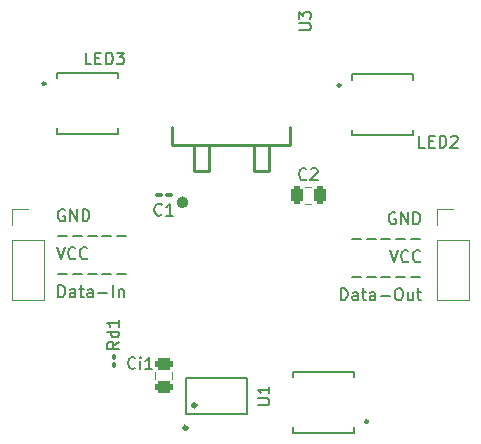
<source format=gto>
G04 #@! TF.GenerationSoftware,KiCad,Pcbnew,7.0.8*
G04 #@! TF.CreationDate,2023-12-04T02:09:38-07:00*
G04 #@! TF.ProjectId,Lit,4c69742e-6b69-4636-9164-5f7063625858,rev?*
G04 #@! TF.SameCoordinates,Original*
G04 #@! TF.FileFunction,Legend,Top*
G04 #@! TF.FilePolarity,Positive*
%FSLAX46Y46*%
G04 Gerber Fmt 4.6, Leading zero omitted, Abs format (unit mm)*
G04 Created by KiCad (PCBNEW 7.0.8) date 2023-12-04 02:09:38*
%MOMM*%
%LPD*%
G01*
G04 APERTURE LIST*
G04 Aperture macros list*
%AMRoundRect*
0 Rectangle with rounded corners*
0 $1 Rounding radius*
0 $2 $3 $4 $5 $6 $7 $8 $9 X,Y pos of 4 corners*
0 Add a 4 corners polygon primitive as box body*
4,1,4,$2,$3,$4,$5,$6,$7,$8,$9,$2,$3,0*
0 Add four circle primitives for the rounded corners*
1,1,$1+$1,$2,$3*
1,1,$1+$1,$4,$5*
1,1,$1+$1,$6,$7*
1,1,$1+$1,$8,$9*
0 Add four rect primitives between the rounded corners*
20,1,$1+$1,$2,$3,$4,$5,0*
20,1,$1+$1,$4,$5,$6,$7,0*
20,1,$1+$1,$6,$7,$8,$9,0*
20,1,$1+$1,$8,$9,$2,$3,0*%
G04 Aperture macros list end*
%ADD10C,0.150000*%
%ADD11C,0.120000*%
%ADD12C,0.250000*%
%ADD13C,0.300000*%
%ADD14C,0.500000*%
%ADD15R,1.700000X1.700000*%
%ADD16O,1.700000X1.700000*%
%ADD17RoundRect,0.250000X-0.475000X0.250000X-0.475000X-0.250000X0.475000X-0.250000X0.475000X0.250000X0*%
%ADD18R,2.260000X1.000000*%
%ADD19RoundRect,0.100000X-0.100000X0.130000X-0.100000X-0.130000X0.100000X-0.130000X0.100000X0.130000X0*%
%ADD20RoundRect,0.250000X0.250000X0.475000X-0.250000X0.475000X-0.250000X-0.475000X0.250000X-0.475000X0*%
%ADD21RoundRect,0.100000X-0.217500X-0.100000X0.217500X-0.100000X0.217500X0.100000X-0.217500X0.100000X0*%
%ADD22O,0.630000X1.860000*%
%ADD23R,1.400000X3.200000*%
%ADD24R,10.400000X9.000000*%
G04 APERTURE END LIST*
D10*
X151115601Y-90477438D02*
X151020363Y-90429819D01*
X151020363Y-90429819D02*
X150877506Y-90429819D01*
X150877506Y-90429819D02*
X150734649Y-90477438D01*
X150734649Y-90477438D02*
X150639411Y-90572676D01*
X150639411Y-90572676D02*
X150591792Y-90667914D01*
X150591792Y-90667914D02*
X150544173Y-90858390D01*
X150544173Y-90858390D02*
X150544173Y-91001247D01*
X150544173Y-91001247D02*
X150591792Y-91191723D01*
X150591792Y-91191723D02*
X150639411Y-91286961D01*
X150639411Y-91286961D02*
X150734649Y-91382200D01*
X150734649Y-91382200D02*
X150877506Y-91429819D01*
X150877506Y-91429819D02*
X150972744Y-91429819D01*
X150972744Y-91429819D02*
X151115601Y-91382200D01*
X151115601Y-91382200D02*
X151163220Y-91334580D01*
X151163220Y-91334580D02*
X151163220Y-91001247D01*
X151163220Y-91001247D02*
X150972744Y-91001247D01*
X151591792Y-91429819D02*
X151591792Y-90429819D01*
X151591792Y-90429819D02*
X152163220Y-91429819D01*
X152163220Y-91429819D02*
X152163220Y-90429819D01*
X152639411Y-91429819D02*
X152639411Y-90429819D01*
X152639411Y-90429819D02*
X152877506Y-90429819D01*
X152877506Y-90429819D02*
X153020363Y-90477438D01*
X153020363Y-90477438D02*
X153115601Y-90572676D01*
X153115601Y-90572676D02*
X153163220Y-90667914D01*
X153163220Y-90667914D02*
X153210839Y-90858390D01*
X153210839Y-90858390D02*
X153210839Y-91001247D01*
X153210839Y-91001247D02*
X153163220Y-91191723D01*
X153163220Y-91191723D02*
X153115601Y-91286961D01*
X153115601Y-91286961D02*
X153020363Y-91382200D01*
X153020363Y-91382200D02*
X152877506Y-91429819D01*
X152877506Y-91429819D02*
X152639411Y-91429819D01*
X147448936Y-92658866D02*
X148210841Y-92658866D01*
X148687031Y-92658866D02*
X149448936Y-92658866D01*
X149925126Y-92658866D02*
X150687031Y-92658866D01*
X151163221Y-92658866D02*
X151925126Y-92658866D01*
X152401316Y-92658866D02*
X153163221Y-92658866D01*
X150639411Y-93649819D02*
X150972744Y-94649819D01*
X150972744Y-94649819D02*
X151306077Y-93649819D01*
X152210839Y-94554580D02*
X152163220Y-94602200D01*
X152163220Y-94602200D02*
X152020363Y-94649819D01*
X152020363Y-94649819D02*
X151925125Y-94649819D01*
X151925125Y-94649819D02*
X151782268Y-94602200D01*
X151782268Y-94602200D02*
X151687030Y-94506961D01*
X151687030Y-94506961D02*
X151639411Y-94411723D01*
X151639411Y-94411723D02*
X151591792Y-94221247D01*
X151591792Y-94221247D02*
X151591792Y-94078390D01*
X151591792Y-94078390D02*
X151639411Y-93887914D01*
X151639411Y-93887914D02*
X151687030Y-93792676D01*
X151687030Y-93792676D02*
X151782268Y-93697438D01*
X151782268Y-93697438D02*
X151925125Y-93649819D01*
X151925125Y-93649819D02*
X152020363Y-93649819D01*
X152020363Y-93649819D02*
X152163220Y-93697438D01*
X152163220Y-93697438D02*
X152210839Y-93745057D01*
X153210839Y-94554580D02*
X153163220Y-94602200D01*
X153163220Y-94602200D02*
X153020363Y-94649819D01*
X153020363Y-94649819D02*
X152925125Y-94649819D01*
X152925125Y-94649819D02*
X152782268Y-94602200D01*
X152782268Y-94602200D02*
X152687030Y-94506961D01*
X152687030Y-94506961D02*
X152639411Y-94411723D01*
X152639411Y-94411723D02*
X152591792Y-94221247D01*
X152591792Y-94221247D02*
X152591792Y-94078390D01*
X152591792Y-94078390D02*
X152639411Y-93887914D01*
X152639411Y-93887914D02*
X152687030Y-93792676D01*
X152687030Y-93792676D02*
X152782268Y-93697438D01*
X152782268Y-93697438D02*
X152925125Y-93649819D01*
X152925125Y-93649819D02*
X153020363Y-93649819D01*
X153020363Y-93649819D02*
X153163220Y-93697438D01*
X153163220Y-93697438D02*
X153210839Y-93745057D01*
X147448936Y-95878866D02*
X148210841Y-95878866D01*
X148687031Y-95878866D02*
X149448936Y-95878866D01*
X149925126Y-95878866D02*
X150687031Y-95878866D01*
X151163221Y-95878866D02*
X151925126Y-95878866D01*
X152401316Y-95878866D02*
X153163221Y-95878866D01*
X146496553Y-97869819D02*
X146496553Y-96869819D01*
X146496553Y-96869819D02*
X146734648Y-96869819D01*
X146734648Y-96869819D02*
X146877505Y-96917438D01*
X146877505Y-96917438D02*
X146972743Y-97012676D01*
X146972743Y-97012676D02*
X147020362Y-97107914D01*
X147020362Y-97107914D02*
X147067981Y-97298390D01*
X147067981Y-97298390D02*
X147067981Y-97441247D01*
X147067981Y-97441247D02*
X147020362Y-97631723D01*
X147020362Y-97631723D02*
X146972743Y-97726961D01*
X146972743Y-97726961D02*
X146877505Y-97822200D01*
X146877505Y-97822200D02*
X146734648Y-97869819D01*
X146734648Y-97869819D02*
X146496553Y-97869819D01*
X147925124Y-97869819D02*
X147925124Y-97346009D01*
X147925124Y-97346009D02*
X147877505Y-97250771D01*
X147877505Y-97250771D02*
X147782267Y-97203152D01*
X147782267Y-97203152D02*
X147591791Y-97203152D01*
X147591791Y-97203152D02*
X147496553Y-97250771D01*
X147925124Y-97822200D02*
X147829886Y-97869819D01*
X147829886Y-97869819D02*
X147591791Y-97869819D01*
X147591791Y-97869819D02*
X147496553Y-97822200D01*
X147496553Y-97822200D02*
X147448934Y-97726961D01*
X147448934Y-97726961D02*
X147448934Y-97631723D01*
X147448934Y-97631723D02*
X147496553Y-97536485D01*
X147496553Y-97536485D02*
X147591791Y-97488866D01*
X147591791Y-97488866D02*
X147829886Y-97488866D01*
X147829886Y-97488866D02*
X147925124Y-97441247D01*
X148258458Y-97203152D02*
X148639410Y-97203152D01*
X148401315Y-96869819D02*
X148401315Y-97726961D01*
X148401315Y-97726961D02*
X148448934Y-97822200D01*
X148448934Y-97822200D02*
X148544172Y-97869819D01*
X148544172Y-97869819D02*
X148639410Y-97869819D01*
X149401315Y-97869819D02*
X149401315Y-97346009D01*
X149401315Y-97346009D02*
X149353696Y-97250771D01*
X149353696Y-97250771D02*
X149258458Y-97203152D01*
X149258458Y-97203152D02*
X149067982Y-97203152D01*
X149067982Y-97203152D02*
X148972744Y-97250771D01*
X149401315Y-97822200D02*
X149306077Y-97869819D01*
X149306077Y-97869819D02*
X149067982Y-97869819D01*
X149067982Y-97869819D02*
X148972744Y-97822200D01*
X148972744Y-97822200D02*
X148925125Y-97726961D01*
X148925125Y-97726961D02*
X148925125Y-97631723D01*
X148925125Y-97631723D02*
X148972744Y-97536485D01*
X148972744Y-97536485D02*
X149067982Y-97488866D01*
X149067982Y-97488866D02*
X149306077Y-97488866D01*
X149306077Y-97488866D02*
X149401315Y-97441247D01*
X149877506Y-97488866D02*
X150639411Y-97488866D01*
X151306077Y-96869819D02*
X151496553Y-96869819D01*
X151496553Y-96869819D02*
X151591791Y-96917438D01*
X151591791Y-96917438D02*
X151687029Y-97012676D01*
X151687029Y-97012676D02*
X151734648Y-97203152D01*
X151734648Y-97203152D02*
X151734648Y-97536485D01*
X151734648Y-97536485D02*
X151687029Y-97726961D01*
X151687029Y-97726961D02*
X151591791Y-97822200D01*
X151591791Y-97822200D02*
X151496553Y-97869819D01*
X151496553Y-97869819D02*
X151306077Y-97869819D01*
X151306077Y-97869819D02*
X151210839Y-97822200D01*
X151210839Y-97822200D02*
X151115601Y-97726961D01*
X151115601Y-97726961D02*
X151067982Y-97536485D01*
X151067982Y-97536485D02*
X151067982Y-97203152D01*
X151067982Y-97203152D02*
X151115601Y-97012676D01*
X151115601Y-97012676D02*
X151210839Y-96917438D01*
X151210839Y-96917438D02*
X151306077Y-96869819D01*
X152591791Y-97203152D02*
X152591791Y-97869819D01*
X152163220Y-97203152D02*
X152163220Y-97726961D01*
X152163220Y-97726961D02*
X152210839Y-97822200D01*
X152210839Y-97822200D02*
X152306077Y-97869819D01*
X152306077Y-97869819D02*
X152448934Y-97869819D01*
X152448934Y-97869819D02*
X152544172Y-97822200D01*
X152544172Y-97822200D02*
X152591791Y-97774580D01*
X152925125Y-97203152D02*
X153306077Y-97203152D01*
X153067982Y-96869819D02*
X153067982Y-97726961D01*
X153067982Y-97726961D02*
X153115601Y-97822200D01*
X153115601Y-97822200D02*
X153210839Y-97869819D01*
X153210839Y-97869819D02*
X153306077Y-97869819D01*
X123110588Y-90227438D02*
X123015350Y-90179819D01*
X123015350Y-90179819D02*
X122872493Y-90179819D01*
X122872493Y-90179819D02*
X122729636Y-90227438D01*
X122729636Y-90227438D02*
X122634398Y-90322676D01*
X122634398Y-90322676D02*
X122586779Y-90417914D01*
X122586779Y-90417914D02*
X122539160Y-90608390D01*
X122539160Y-90608390D02*
X122539160Y-90751247D01*
X122539160Y-90751247D02*
X122586779Y-90941723D01*
X122586779Y-90941723D02*
X122634398Y-91036961D01*
X122634398Y-91036961D02*
X122729636Y-91132200D01*
X122729636Y-91132200D02*
X122872493Y-91179819D01*
X122872493Y-91179819D02*
X122967731Y-91179819D01*
X122967731Y-91179819D02*
X123110588Y-91132200D01*
X123110588Y-91132200D02*
X123158207Y-91084580D01*
X123158207Y-91084580D02*
X123158207Y-90751247D01*
X123158207Y-90751247D02*
X122967731Y-90751247D01*
X123586779Y-91179819D02*
X123586779Y-90179819D01*
X123586779Y-90179819D02*
X124158207Y-91179819D01*
X124158207Y-91179819D02*
X124158207Y-90179819D01*
X124634398Y-91179819D02*
X124634398Y-90179819D01*
X124634398Y-90179819D02*
X124872493Y-90179819D01*
X124872493Y-90179819D02*
X125015350Y-90227438D01*
X125015350Y-90227438D02*
X125110588Y-90322676D01*
X125110588Y-90322676D02*
X125158207Y-90417914D01*
X125158207Y-90417914D02*
X125205826Y-90608390D01*
X125205826Y-90608390D02*
X125205826Y-90751247D01*
X125205826Y-90751247D02*
X125158207Y-90941723D01*
X125158207Y-90941723D02*
X125110588Y-91036961D01*
X125110588Y-91036961D02*
X125015350Y-91132200D01*
X125015350Y-91132200D02*
X124872493Y-91179819D01*
X124872493Y-91179819D02*
X124634398Y-91179819D01*
X122586779Y-92408866D02*
X123348684Y-92408866D01*
X123824874Y-92408866D02*
X124586779Y-92408866D01*
X125062969Y-92408866D02*
X125824874Y-92408866D01*
X126301064Y-92408866D02*
X127062969Y-92408866D01*
X127539159Y-92408866D02*
X128301064Y-92408866D01*
X122443922Y-93399819D02*
X122777255Y-94399819D01*
X122777255Y-94399819D02*
X123110588Y-93399819D01*
X124015350Y-94304580D02*
X123967731Y-94352200D01*
X123967731Y-94352200D02*
X123824874Y-94399819D01*
X123824874Y-94399819D02*
X123729636Y-94399819D01*
X123729636Y-94399819D02*
X123586779Y-94352200D01*
X123586779Y-94352200D02*
X123491541Y-94256961D01*
X123491541Y-94256961D02*
X123443922Y-94161723D01*
X123443922Y-94161723D02*
X123396303Y-93971247D01*
X123396303Y-93971247D02*
X123396303Y-93828390D01*
X123396303Y-93828390D02*
X123443922Y-93637914D01*
X123443922Y-93637914D02*
X123491541Y-93542676D01*
X123491541Y-93542676D02*
X123586779Y-93447438D01*
X123586779Y-93447438D02*
X123729636Y-93399819D01*
X123729636Y-93399819D02*
X123824874Y-93399819D01*
X123824874Y-93399819D02*
X123967731Y-93447438D01*
X123967731Y-93447438D02*
X124015350Y-93495057D01*
X125015350Y-94304580D02*
X124967731Y-94352200D01*
X124967731Y-94352200D02*
X124824874Y-94399819D01*
X124824874Y-94399819D02*
X124729636Y-94399819D01*
X124729636Y-94399819D02*
X124586779Y-94352200D01*
X124586779Y-94352200D02*
X124491541Y-94256961D01*
X124491541Y-94256961D02*
X124443922Y-94161723D01*
X124443922Y-94161723D02*
X124396303Y-93971247D01*
X124396303Y-93971247D02*
X124396303Y-93828390D01*
X124396303Y-93828390D02*
X124443922Y-93637914D01*
X124443922Y-93637914D02*
X124491541Y-93542676D01*
X124491541Y-93542676D02*
X124586779Y-93447438D01*
X124586779Y-93447438D02*
X124729636Y-93399819D01*
X124729636Y-93399819D02*
X124824874Y-93399819D01*
X124824874Y-93399819D02*
X124967731Y-93447438D01*
X124967731Y-93447438D02*
X125015350Y-93495057D01*
X122586779Y-95628866D02*
X123348684Y-95628866D01*
X123824874Y-95628866D02*
X124586779Y-95628866D01*
X125062969Y-95628866D02*
X125824874Y-95628866D01*
X126301064Y-95628866D02*
X127062969Y-95628866D01*
X127539159Y-95628866D02*
X128301064Y-95628866D01*
X122586779Y-97619819D02*
X122586779Y-96619819D01*
X122586779Y-96619819D02*
X122824874Y-96619819D01*
X122824874Y-96619819D02*
X122967731Y-96667438D01*
X122967731Y-96667438D02*
X123062969Y-96762676D01*
X123062969Y-96762676D02*
X123110588Y-96857914D01*
X123110588Y-96857914D02*
X123158207Y-97048390D01*
X123158207Y-97048390D02*
X123158207Y-97191247D01*
X123158207Y-97191247D02*
X123110588Y-97381723D01*
X123110588Y-97381723D02*
X123062969Y-97476961D01*
X123062969Y-97476961D02*
X122967731Y-97572200D01*
X122967731Y-97572200D02*
X122824874Y-97619819D01*
X122824874Y-97619819D02*
X122586779Y-97619819D01*
X124015350Y-97619819D02*
X124015350Y-97096009D01*
X124015350Y-97096009D02*
X123967731Y-97000771D01*
X123967731Y-97000771D02*
X123872493Y-96953152D01*
X123872493Y-96953152D02*
X123682017Y-96953152D01*
X123682017Y-96953152D02*
X123586779Y-97000771D01*
X124015350Y-97572200D02*
X123920112Y-97619819D01*
X123920112Y-97619819D02*
X123682017Y-97619819D01*
X123682017Y-97619819D02*
X123586779Y-97572200D01*
X123586779Y-97572200D02*
X123539160Y-97476961D01*
X123539160Y-97476961D02*
X123539160Y-97381723D01*
X123539160Y-97381723D02*
X123586779Y-97286485D01*
X123586779Y-97286485D02*
X123682017Y-97238866D01*
X123682017Y-97238866D02*
X123920112Y-97238866D01*
X123920112Y-97238866D02*
X124015350Y-97191247D01*
X124348684Y-96953152D02*
X124729636Y-96953152D01*
X124491541Y-96619819D02*
X124491541Y-97476961D01*
X124491541Y-97476961D02*
X124539160Y-97572200D01*
X124539160Y-97572200D02*
X124634398Y-97619819D01*
X124634398Y-97619819D02*
X124729636Y-97619819D01*
X125491541Y-97619819D02*
X125491541Y-97096009D01*
X125491541Y-97096009D02*
X125443922Y-97000771D01*
X125443922Y-97000771D02*
X125348684Y-96953152D01*
X125348684Y-96953152D02*
X125158208Y-96953152D01*
X125158208Y-96953152D02*
X125062970Y-97000771D01*
X125491541Y-97572200D02*
X125396303Y-97619819D01*
X125396303Y-97619819D02*
X125158208Y-97619819D01*
X125158208Y-97619819D02*
X125062970Y-97572200D01*
X125062970Y-97572200D02*
X125015351Y-97476961D01*
X125015351Y-97476961D02*
X125015351Y-97381723D01*
X125015351Y-97381723D02*
X125062970Y-97286485D01*
X125062970Y-97286485D02*
X125158208Y-97238866D01*
X125158208Y-97238866D02*
X125396303Y-97238866D01*
X125396303Y-97238866D02*
X125491541Y-97191247D01*
X125967732Y-97238866D02*
X126729637Y-97238866D01*
X127205827Y-97619819D02*
X127205827Y-96619819D01*
X127682017Y-96953152D02*
X127682017Y-97619819D01*
X127682017Y-97048390D02*
X127729636Y-97000771D01*
X127729636Y-97000771D02*
X127824874Y-96953152D01*
X127824874Y-96953152D02*
X127967731Y-96953152D01*
X127967731Y-96953152D02*
X128062969Y-97000771D01*
X128062969Y-97000771D02*
X128110588Y-97096009D01*
X128110588Y-97096009D02*
X128110588Y-97619819D01*
X129095238Y-103609580D02*
X129047619Y-103657200D01*
X129047619Y-103657200D02*
X128904762Y-103704819D01*
X128904762Y-103704819D02*
X128809524Y-103704819D01*
X128809524Y-103704819D02*
X128666667Y-103657200D01*
X128666667Y-103657200D02*
X128571429Y-103561961D01*
X128571429Y-103561961D02*
X128523810Y-103466723D01*
X128523810Y-103466723D02*
X128476191Y-103276247D01*
X128476191Y-103276247D02*
X128476191Y-103133390D01*
X128476191Y-103133390D02*
X128523810Y-102942914D01*
X128523810Y-102942914D02*
X128571429Y-102847676D01*
X128571429Y-102847676D02*
X128666667Y-102752438D01*
X128666667Y-102752438D02*
X128809524Y-102704819D01*
X128809524Y-102704819D02*
X128904762Y-102704819D01*
X128904762Y-102704819D02*
X129047619Y-102752438D01*
X129047619Y-102752438D02*
X129095238Y-102800057D01*
X129523810Y-103704819D02*
X129523810Y-103038152D01*
X129523810Y-102704819D02*
X129476191Y-102752438D01*
X129476191Y-102752438D02*
X129523810Y-102800057D01*
X129523810Y-102800057D02*
X129571429Y-102752438D01*
X129571429Y-102752438D02*
X129523810Y-102704819D01*
X129523810Y-102704819D02*
X129523810Y-102800057D01*
X130523809Y-103704819D02*
X129952381Y-103704819D01*
X130238095Y-103704819D02*
X130238095Y-102704819D01*
X130238095Y-102704819D02*
X130142857Y-102847676D01*
X130142857Y-102847676D02*
X130047619Y-102942914D01*
X130047619Y-102942914D02*
X129952381Y-102990533D01*
X153630952Y-84954819D02*
X153154762Y-84954819D01*
X153154762Y-84954819D02*
X153154762Y-83954819D01*
X153964286Y-84431009D02*
X154297619Y-84431009D01*
X154440476Y-84954819D02*
X153964286Y-84954819D01*
X153964286Y-84954819D02*
X153964286Y-83954819D01*
X153964286Y-83954819D02*
X154440476Y-83954819D01*
X154869048Y-84954819D02*
X154869048Y-83954819D01*
X154869048Y-83954819D02*
X155107143Y-83954819D01*
X155107143Y-83954819D02*
X155250000Y-84002438D01*
X155250000Y-84002438D02*
X155345238Y-84097676D01*
X155345238Y-84097676D02*
X155392857Y-84192914D01*
X155392857Y-84192914D02*
X155440476Y-84383390D01*
X155440476Y-84383390D02*
X155440476Y-84526247D01*
X155440476Y-84526247D02*
X155392857Y-84716723D01*
X155392857Y-84716723D02*
X155345238Y-84811961D01*
X155345238Y-84811961D02*
X155250000Y-84907200D01*
X155250000Y-84907200D02*
X155107143Y-84954819D01*
X155107143Y-84954819D02*
X154869048Y-84954819D01*
X155821429Y-84050057D02*
X155869048Y-84002438D01*
X155869048Y-84002438D02*
X155964286Y-83954819D01*
X155964286Y-83954819D02*
X156202381Y-83954819D01*
X156202381Y-83954819D02*
X156297619Y-84002438D01*
X156297619Y-84002438D02*
X156345238Y-84050057D01*
X156345238Y-84050057D02*
X156392857Y-84145295D01*
X156392857Y-84145295D02*
X156392857Y-84240533D01*
X156392857Y-84240533D02*
X156345238Y-84383390D01*
X156345238Y-84383390D02*
X155773810Y-84954819D01*
X155773810Y-84954819D02*
X156392857Y-84954819D01*
X127704819Y-101399047D02*
X127228628Y-101732380D01*
X127704819Y-101970475D02*
X126704819Y-101970475D01*
X126704819Y-101970475D02*
X126704819Y-101589523D01*
X126704819Y-101589523D02*
X126752438Y-101494285D01*
X126752438Y-101494285D02*
X126800057Y-101446666D01*
X126800057Y-101446666D02*
X126895295Y-101399047D01*
X126895295Y-101399047D02*
X127038152Y-101399047D01*
X127038152Y-101399047D02*
X127133390Y-101446666D01*
X127133390Y-101446666D02*
X127181009Y-101494285D01*
X127181009Y-101494285D02*
X127228628Y-101589523D01*
X127228628Y-101589523D02*
X127228628Y-101970475D01*
X127704819Y-100541904D02*
X126704819Y-100541904D01*
X127657200Y-100541904D02*
X127704819Y-100637142D01*
X127704819Y-100637142D02*
X127704819Y-100827618D01*
X127704819Y-100827618D02*
X127657200Y-100922856D01*
X127657200Y-100922856D02*
X127609580Y-100970475D01*
X127609580Y-100970475D02*
X127514342Y-101018094D01*
X127514342Y-101018094D02*
X127228628Y-101018094D01*
X127228628Y-101018094D02*
X127133390Y-100970475D01*
X127133390Y-100970475D02*
X127085771Y-100922856D01*
X127085771Y-100922856D02*
X127038152Y-100827618D01*
X127038152Y-100827618D02*
X127038152Y-100637142D01*
X127038152Y-100637142D02*
X127085771Y-100541904D01*
X127704819Y-99541904D02*
X127704819Y-100113332D01*
X127704819Y-99827618D02*
X126704819Y-99827618D01*
X126704819Y-99827618D02*
X126847676Y-99922856D01*
X126847676Y-99922856D02*
X126942914Y-100018094D01*
X126942914Y-100018094D02*
X126990533Y-100113332D01*
X143583333Y-87609580D02*
X143535714Y-87657200D01*
X143535714Y-87657200D02*
X143392857Y-87704819D01*
X143392857Y-87704819D02*
X143297619Y-87704819D01*
X143297619Y-87704819D02*
X143154762Y-87657200D01*
X143154762Y-87657200D02*
X143059524Y-87561961D01*
X143059524Y-87561961D02*
X143011905Y-87466723D01*
X143011905Y-87466723D02*
X142964286Y-87276247D01*
X142964286Y-87276247D02*
X142964286Y-87133390D01*
X142964286Y-87133390D02*
X143011905Y-86942914D01*
X143011905Y-86942914D02*
X143059524Y-86847676D01*
X143059524Y-86847676D02*
X143154762Y-86752438D01*
X143154762Y-86752438D02*
X143297619Y-86704819D01*
X143297619Y-86704819D02*
X143392857Y-86704819D01*
X143392857Y-86704819D02*
X143535714Y-86752438D01*
X143535714Y-86752438D02*
X143583333Y-86800057D01*
X143964286Y-86800057D02*
X144011905Y-86752438D01*
X144011905Y-86752438D02*
X144107143Y-86704819D01*
X144107143Y-86704819D02*
X144345238Y-86704819D01*
X144345238Y-86704819D02*
X144440476Y-86752438D01*
X144440476Y-86752438D02*
X144488095Y-86800057D01*
X144488095Y-86800057D02*
X144535714Y-86895295D01*
X144535714Y-86895295D02*
X144535714Y-86990533D01*
X144535714Y-86990533D02*
X144488095Y-87133390D01*
X144488095Y-87133390D02*
X143916667Y-87704819D01*
X143916667Y-87704819D02*
X144535714Y-87704819D01*
X131333333Y-90609580D02*
X131285714Y-90657200D01*
X131285714Y-90657200D02*
X131142857Y-90704819D01*
X131142857Y-90704819D02*
X131047619Y-90704819D01*
X131047619Y-90704819D02*
X130904762Y-90657200D01*
X130904762Y-90657200D02*
X130809524Y-90561961D01*
X130809524Y-90561961D02*
X130761905Y-90466723D01*
X130761905Y-90466723D02*
X130714286Y-90276247D01*
X130714286Y-90276247D02*
X130714286Y-90133390D01*
X130714286Y-90133390D02*
X130761905Y-89942914D01*
X130761905Y-89942914D02*
X130809524Y-89847676D01*
X130809524Y-89847676D02*
X130904762Y-89752438D01*
X130904762Y-89752438D02*
X131047619Y-89704819D01*
X131047619Y-89704819D02*
X131142857Y-89704819D01*
X131142857Y-89704819D02*
X131285714Y-89752438D01*
X131285714Y-89752438D02*
X131333333Y-89800057D01*
X132285714Y-90704819D02*
X131714286Y-90704819D01*
X132000000Y-90704819D02*
X132000000Y-89704819D01*
X132000000Y-89704819D02*
X131904762Y-89847676D01*
X131904762Y-89847676D02*
X131809524Y-89942914D01*
X131809524Y-89942914D02*
X131714286Y-89990533D01*
X139454819Y-106761904D02*
X140264342Y-106761904D01*
X140264342Y-106761904D02*
X140359580Y-106714285D01*
X140359580Y-106714285D02*
X140407200Y-106666666D01*
X140407200Y-106666666D02*
X140454819Y-106571428D01*
X140454819Y-106571428D02*
X140454819Y-106380952D01*
X140454819Y-106380952D02*
X140407200Y-106285714D01*
X140407200Y-106285714D02*
X140359580Y-106238095D01*
X140359580Y-106238095D02*
X140264342Y-106190476D01*
X140264342Y-106190476D02*
X139454819Y-106190476D01*
X140454819Y-105190476D02*
X140454819Y-105761904D01*
X140454819Y-105476190D02*
X139454819Y-105476190D01*
X139454819Y-105476190D02*
X139597676Y-105571428D01*
X139597676Y-105571428D02*
X139692914Y-105666666D01*
X139692914Y-105666666D02*
X139740533Y-105761904D01*
X142954819Y-75011904D02*
X143764342Y-75011904D01*
X143764342Y-75011904D02*
X143859580Y-74964285D01*
X143859580Y-74964285D02*
X143907200Y-74916666D01*
X143907200Y-74916666D02*
X143954819Y-74821428D01*
X143954819Y-74821428D02*
X143954819Y-74630952D01*
X143954819Y-74630952D02*
X143907200Y-74535714D01*
X143907200Y-74535714D02*
X143859580Y-74488095D01*
X143859580Y-74488095D02*
X143764342Y-74440476D01*
X143764342Y-74440476D02*
X142954819Y-74440476D01*
X142954819Y-74059523D02*
X142954819Y-73440476D01*
X142954819Y-73440476D02*
X143335771Y-73773809D01*
X143335771Y-73773809D02*
X143335771Y-73630952D01*
X143335771Y-73630952D02*
X143383390Y-73535714D01*
X143383390Y-73535714D02*
X143431009Y-73488095D01*
X143431009Y-73488095D02*
X143526247Y-73440476D01*
X143526247Y-73440476D02*
X143764342Y-73440476D01*
X143764342Y-73440476D02*
X143859580Y-73488095D01*
X143859580Y-73488095D02*
X143907200Y-73535714D01*
X143907200Y-73535714D02*
X143954819Y-73630952D01*
X143954819Y-73630952D02*
X143954819Y-73916666D01*
X143954819Y-73916666D02*
X143907200Y-74011904D01*
X143907200Y-74011904D02*
X143859580Y-74059523D01*
X125380952Y-77904819D02*
X124904762Y-77904819D01*
X124904762Y-77904819D02*
X124904762Y-76904819D01*
X125714286Y-77381009D02*
X126047619Y-77381009D01*
X126190476Y-77904819D02*
X125714286Y-77904819D01*
X125714286Y-77904819D02*
X125714286Y-76904819D01*
X125714286Y-76904819D02*
X126190476Y-76904819D01*
X126619048Y-77904819D02*
X126619048Y-76904819D01*
X126619048Y-76904819D02*
X126857143Y-76904819D01*
X126857143Y-76904819D02*
X127000000Y-76952438D01*
X127000000Y-76952438D02*
X127095238Y-77047676D01*
X127095238Y-77047676D02*
X127142857Y-77142914D01*
X127142857Y-77142914D02*
X127190476Y-77333390D01*
X127190476Y-77333390D02*
X127190476Y-77476247D01*
X127190476Y-77476247D02*
X127142857Y-77666723D01*
X127142857Y-77666723D02*
X127095238Y-77761961D01*
X127095238Y-77761961D02*
X127000000Y-77857200D01*
X127000000Y-77857200D02*
X126857143Y-77904819D01*
X126857143Y-77904819D02*
X126619048Y-77904819D01*
X127523810Y-76904819D02*
X128142857Y-76904819D01*
X128142857Y-76904819D02*
X127809524Y-77285771D01*
X127809524Y-77285771D02*
X127952381Y-77285771D01*
X127952381Y-77285771D02*
X128047619Y-77333390D01*
X128047619Y-77333390D02*
X128095238Y-77381009D01*
X128095238Y-77381009D02*
X128142857Y-77476247D01*
X128142857Y-77476247D02*
X128142857Y-77714342D01*
X128142857Y-77714342D02*
X128095238Y-77809580D01*
X128095238Y-77809580D02*
X128047619Y-77857200D01*
X128047619Y-77857200D02*
X127952381Y-77904819D01*
X127952381Y-77904819D02*
X127666667Y-77904819D01*
X127666667Y-77904819D02*
X127571429Y-77857200D01*
X127571429Y-77857200D02*
X127523810Y-77809580D01*
D11*
X118670000Y-97885000D02*
X121330000Y-97885000D01*
X118670000Y-92745000D02*
X118670000Y-97885000D01*
X118670000Y-91475000D02*
X118670000Y-90145000D01*
X121330000Y-92745000D02*
X121330000Y-97885000D01*
X118670000Y-90145000D02*
X120000000Y-90145000D01*
X118670000Y-92745000D02*
X121330000Y-92745000D01*
X154670000Y-97885000D02*
X157330000Y-97885000D01*
X154670000Y-92745000D02*
X154670000Y-97885000D01*
X154670000Y-91475000D02*
X154670000Y-90145000D01*
X157330000Y-92745000D02*
X157330000Y-97885000D01*
X154670000Y-90145000D02*
X156000000Y-90145000D01*
X154670000Y-92745000D02*
X157330000Y-92745000D01*
X130765000Y-103988748D02*
X130765000Y-104511252D01*
X132235000Y-103988748D02*
X132235000Y-104511252D01*
D12*
X146482500Y-79675000D02*
G75*
G03*
X146482500Y-79675000I-120000J0D01*
G01*
D10*
X152622500Y-83905000D02*
X152622500Y-83905000D01*
X152622500Y-83905000D02*
X147462500Y-83905000D01*
X152622500Y-83435000D02*
X152622500Y-83905000D01*
X152622500Y-79215000D02*
X152622500Y-78745000D01*
X152622500Y-78745000D02*
X152622500Y-78745000D01*
X152622500Y-78745000D02*
X147462500Y-78745000D01*
X147462500Y-83905000D02*
X147462500Y-83905000D01*
X147462500Y-83905000D02*
X147462500Y-83435000D01*
X147462500Y-78745000D02*
X147462500Y-79215000D01*
X147462500Y-78745000D02*
X147462500Y-78745000D01*
D11*
X144011252Y-89735000D02*
X143488748Y-89735000D01*
X144011252Y-88265000D02*
X143488748Y-88265000D01*
D13*
X134240000Y-106770000D02*
G75*
G03*
X134240000Y-106770000I-150000J0D01*
G01*
X133480000Y-108680000D02*
G75*
G03*
X133480000Y-108680000I-150000J0D01*
G01*
D10*
X138580000Y-107520000D02*
X133420000Y-107520000D01*
X138580000Y-104480000D02*
X138580000Y-107520000D01*
X133420000Y-107520000D02*
X133420000Y-104480000D01*
X133420000Y-104480000D02*
X138580000Y-104480000D01*
X147580000Y-109080000D02*
X147580000Y-109080000D01*
X147580000Y-109080000D02*
X147580000Y-108610000D01*
X147580000Y-103920000D02*
X147580000Y-104390000D01*
X147580000Y-103920000D02*
X147580000Y-103920000D01*
X142420000Y-109080000D02*
X147580000Y-109080000D01*
X142420000Y-109080000D02*
X142420000Y-109080000D01*
X142420000Y-108610000D02*
X142420000Y-109080000D01*
X142420000Y-104390000D02*
X142420000Y-103920000D01*
X142420000Y-103920000D02*
X147580000Y-103920000D01*
X142420000Y-103920000D02*
X142420000Y-103920000D01*
D12*
X148800000Y-108150000D02*
G75*
G03*
X148800000Y-108150000I-120000J0D01*
G01*
X132225000Y-83185000D02*
X132225000Y-84755000D01*
X142225000Y-84755000D02*
X142225000Y-83185000D01*
X132225000Y-84755000D02*
X142225000Y-84755000D01*
X139125000Y-84835000D02*
X139165000Y-84795000D01*
X134045000Y-84835000D02*
X134085000Y-84795000D01*
X140395000Y-86545000D02*
X140395000Y-84795000D01*
X140395000Y-86545000D02*
X140395000Y-86925000D01*
X135315000Y-86545000D02*
X135315000Y-84795000D01*
X135315000Y-86545000D02*
X135315000Y-86925000D01*
X140395000Y-86925000D02*
X139125000Y-86925000D01*
X139125000Y-86925000D02*
X139125000Y-84835000D01*
X135315000Y-86925000D02*
X134045000Y-86925000D01*
X134045000Y-86925000D02*
X134045000Y-84835000D01*
D14*
X133335000Y-89595000D02*
G75*
G03*
X133335000Y-89595000I-250000J0D01*
G01*
D12*
X121490000Y-79550000D02*
G75*
G03*
X121490000Y-79550000I-120000J0D01*
G01*
D10*
X127630000Y-83780000D02*
X127630000Y-83780000D01*
X127630000Y-83780000D02*
X122470000Y-83780000D01*
X127630000Y-83310000D02*
X127630000Y-83780000D01*
X127630000Y-79090000D02*
X127630000Y-78620000D01*
X127630000Y-78620000D02*
X127630000Y-78620000D01*
X127630000Y-78620000D02*
X122470000Y-78620000D01*
X122470000Y-83780000D02*
X122470000Y-83780000D01*
X122470000Y-83780000D02*
X122470000Y-83310000D01*
X122470000Y-78620000D02*
X122470000Y-79090000D01*
X122470000Y-78620000D02*
X122470000Y-78620000D01*
%LPC*%
D15*
X120000000Y-91475000D03*
D16*
X120000000Y-94015000D03*
X120000000Y-96555000D03*
D15*
X156000000Y-91475000D03*
D16*
X156000000Y-94015000D03*
X156000000Y-96555000D03*
D17*
X131500000Y-105200000D03*
X131500000Y-103300000D03*
D18*
X152252500Y-79825000D03*
X152252500Y-81325000D03*
X152252500Y-82825000D03*
X147832500Y-82825000D03*
X147832500Y-81325000D03*
X147832500Y-79825000D03*
D19*
X127250000Y-103320000D03*
X127250000Y-102680000D03*
D20*
X144700000Y-89000000D03*
X142800000Y-89000000D03*
D21*
X131907500Y-89000000D03*
X131092500Y-89000000D03*
D22*
X134090000Y-103320000D03*
X135370000Y-103320000D03*
X136630000Y-103320000D03*
X137900000Y-103320000D03*
X137900000Y-108680000D03*
X136630000Y-108680000D03*
X135370000Y-108680000D03*
X134090000Y-108680000D03*
D18*
X147210000Y-108000000D03*
X147210000Y-106500000D03*
X147210000Y-105000000D03*
X142790000Y-105000000D03*
X142790000Y-106500000D03*
X142790000Y-108000000D03*
D23*
X134685000Y-88995000D03*
D24*
X137225000Y-78455000D03*
D23*
X139765000Y-88995000D03*
D18*
X127260000Y-79700000D03*
X127260000Y-81200000D03*
X127260000Y-82700000D03*
X122840000Y-82700000D03*
X122840000Y-81200000D03*
X122840000Y-79700000D03*
%LPD*%
M02*

</source>
